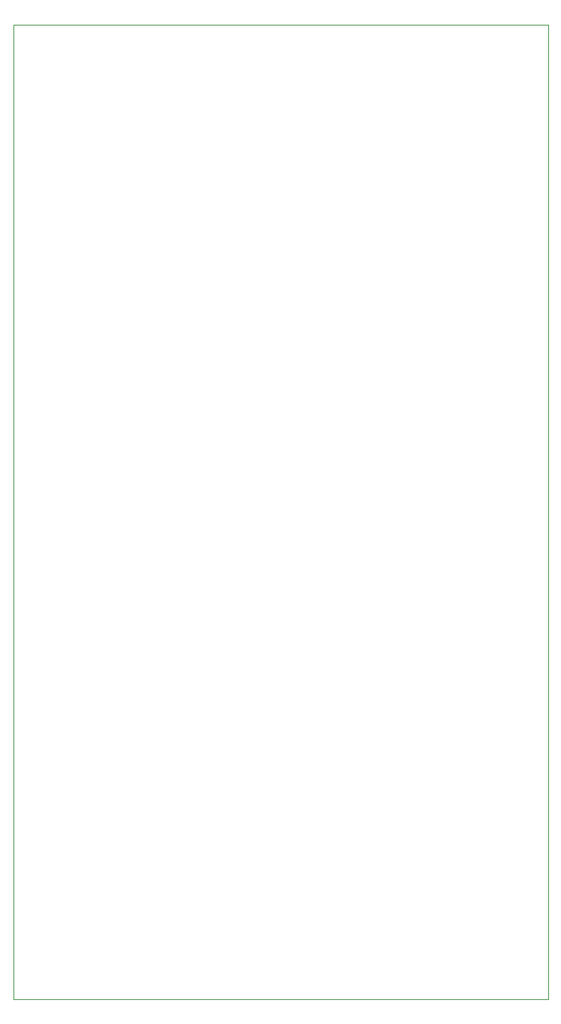
<source format=gbr>
%TF.GenerationSoftware,KiCad,Pcbnew,(6.0.1)*%
%TF.CreationDate,2023-01-10T08:50:25-08:00*%
%TF.ProjectId,Spankulator,5370616e-6b75-46c6-9174-6f722e6b6963,5.1*%
%TF.SameCoordinates,Original*%
%TF.FileFunction,Profile,NP*%
%FSLAX46Y46*%
G04 Gerber Fmt 4.6, Leading zero omitted, Abs format (unit mm)*
G04 Created by KiCad (PCBNEW (6.0.1)) date 2023-01-10 08:50:25*
%MOMM*%
%LPD*%
G01*
G04 APERTURE LIST*
%TA.AperFunction,Profile*%
%ADD10C,0.050000*%
%TD*%
G04 APERTURE END LIST*
D10*
X115400000Y-149500000D02*
X55000000Y-149500000D01*
X55000000Y-149500000D02*
X55000000Y-39500000D01*
X115400000Y-39500000D02*
X115400000Y-149500000D01*
X55000000Y-39500000D02*
X115400000Y-39500000D01*
M02*

</source>
